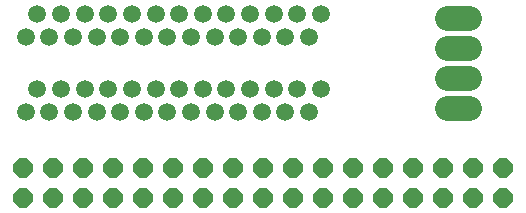
<source format=gts>
G75*
%MOIN*%
%OFA0B0*%
%FSLAX25Y25*%
%IPPOS*%
%LPD*%
%AMOC8*
5,1,8,0,0,1.08239X$1,22.5*
%
%ADD10OC8,0.06400*%
%ADD11C,0.08200*%
%ADD12C,0.05950*%
D10*
X0019000Y0011500D03*
X0029000Y0011500D03*
X0039000Y0011500D03*
X0049000Y0011500D03*
X0059000Y0011500D03*
X0069000Y0011500D03*
X0079000Y0011500D03*
X0089000Y0011500D03*
X0099000Y0011500D03*
X0109000Y0011500D03*
X0119000Y0011500D03*
X0129000Y0011500D03*
X0139000Y0011500D03*
X0149000Y0011500D03*
X0159000Y0011500D03*
X0169000Y0011500D03*
X0179000Y0011500D03*
X0179000Y0021500D03*
X0169000Y0021500D03*
X0159000Y0021500D03*
X0149000Y0021500D03*
X0139000Y0021500D03*
X0129000Y0021500D03*
X0119000Y0021500D03*
X0109000Y0021500D03*
X0099000Y0021500D03*
X0089000Y0021500D03*
X0079000Y0021500D03*
X0069000Y0021500D03*
X0059000Y0021500D03*
X0049000Y0021500D03*
X0039000Y0021500D03*
X0029000Y0021500D03*
X0019000Y0021500D03*
D11*
X0160300Y0041500D02*
X0167700Y0041500D01*
X0167700Y0051500D02*
X0160300Y0051500D01*
X0160300Y0061500D02*
X0167700Y0061500D01*
X0167700Y0071500D02*
X0160300Y0071500D01*
D12*
X0118331Y0072780D03*
X0110457Y0072780D03*
X0102583Y0072780D03*
X0094709Y0072780D03*
X0086835Y0072780D03*
X0078961Y0072780D03*
X0071087Y0072780D03*
X0063213Y0072780D03*
X0055339Y0072780D03*
X0047465Y0072780D03*
X0039591Y0072780D03*
X0031717Y0072780D03*
X0023843Y0072780D03*
X0027780Y0064906D03*
X0035654Y0064906D03*
X0043528Y0064906D03*
X0051402Y0064906D03*
X0059276Y0064906D03*
X0067150Y0064906D03*
X0075024Y0064906D03*
X0082898Y0064906D03*
X0090772Y0064906D03*
X0098646Y0064906D03*
X0106520Y0064906D03*
X0114394Y0064906D03*
X0118331Y0047780D03*
X0110457Y0047780D03*
X0102583Y0047780D03*
X0094709Y0047780D03*
X0086835Y0047780D03*
X0078961Y0047780D03*
X0071087Y0047780D03*
X0063213Y0047780D03*
X0055339Y0047780D03*
X0047465Y0047780D03*
X0039591Y0047780D03*
X0031717Y0047780D03*
X0023843Y0047780D03*
X0027780Y0039906D03*
X0035654Y0039906D03*
X0043528Y0039906D03*
X0051402Y0039906D03*
X0059276Y0039906D03*
X0067150Y0039906D03*
X0075024Y0039906D03*
X0082898Y0039906D03*
X0090772Y0039906D03*
X0098646Y0039906D03*
X0106520Y0039906D03*
X0114394Y0039906D03*
X0019906Y0039906D03*
X0019906Y0064906D03*
M02*

</source>
